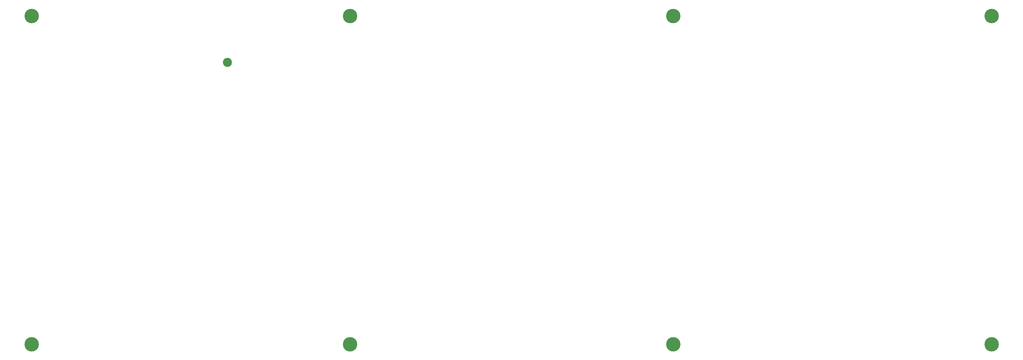
<source format=gbr>
G04 #@! TF.GenerationSoftware,KiCad,Pcbnew,(5.1.10-1-10_14)*
G04 #@! TF.CreationDate,2021-09-09T13:05:08-05:00*
G04 #@! TF.ProjectId,ori_bottom_plate,6f72695f-626f-4747-946f-6d5f706c6174,rev?*
G04 #@! TF.SameCoordinates,Original*
G04 #@! TF.FileFunction,Soldermask,Bot*
G04 #@! TF.FilePolarity,Negative*
%FSLAX46Y46*%
G04 Gerber Fmt 4.6, Leading zero omitted, Abs format (unit mm)*
G04 Created by KiCad (PCBNEW (5.1.10-1-10_14)) date 2021-09-09 13:05:08*
%MOMM*%
%LPD*%
G01*
G04 APERTURE LIST*
%ADD10C,2.200000*%
%ADD11C,3.500000*%
G04 APERTURE END LIST*
D10*
X203623474Y-49993944D03*
D11*
X311970354Y-118454889D03*
X311970354Y-38682951D03*
X233389042Y-118454889D03*
X233389042Y-38682951D03*
X155998322Y-118454889D03*
X155998322Y-38683016D03*
X389360818Y-38683016D03*
X389360818Y-118454824D03*
M02*

</source>
